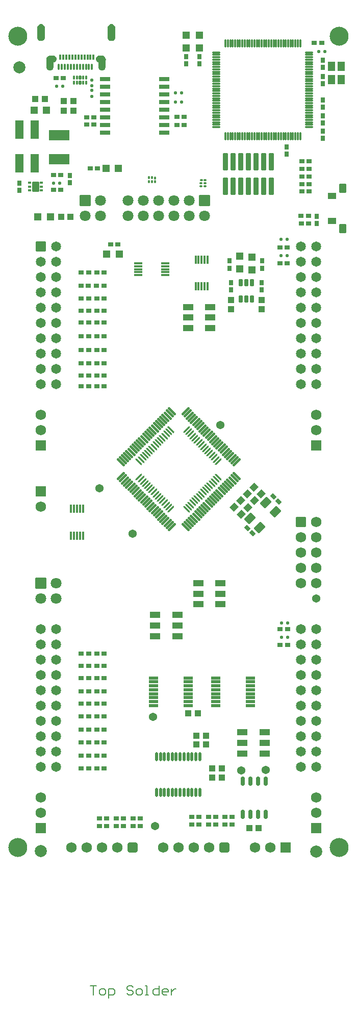
<source format=gts>
G04*
G04 #@! TF.GenerationSoftware,Altium Limited,Altium Designer,20.1.14 (287)*
G04*
G04 Layer_Color=8388736*
%FSAX25Y25*%
%MOIN*%
G70*
G04*
G04 #@! TF.SameCoordinates,A9E8F4E5-7F2A-47C3-BED5-AE4669AA653D*
G04*
G04*
G04 #@! TF.FilePolarity,Negative*
G04*
G01*
G75*
%ADD19C,0.00800*%
G04:AMPARAMS|DCode=32|XSize=62.99mil|YSize=49.21mil|CornerRadius=1.97mil|HoleSize=0mil|Usage=FLASHONLY|Rotation=45.000|XOffset=0mil|YOffset=0mil|HoleType=Round|Shape=RoundedRectangle|*
%AMROUNDEDRECTD32*
21,1,0.06299,0.04528,0,0,45.0*
21,1,0.05906,0.04921,0,0,45.0*
1,1,0.00394,0.03689,0.00487*
1,1,0.00394,-0.00487,-0.03689*
1,1,0.00394,-0.03689,-0.00487*
1,1,0.00394,0.00487,0.03689*
%
%ADD32ROUNDEDRECTD32*%
G04:AMPARAMS|DCode=33|XSize=19.68mil|YSize=19.68mil|CornerRadius=1.97mil|HoleSize=0mil|Usage=FLASHONLY|Rotation=180.000|XOffset=0mil|YOffset=0mil|HoleType=Round|Shape=RoundedRectangle|*
%AMROUNDEDRECTD33*
21,1,0.01968,0.01575,0,0,180.0*
21,1,0.01575,0.01968,0,0,180.0*
1,1,0.00394,-0.00787,0.00787*
1,1,0.00394,0.00787,0.00787*
1,1,0.00394,0.00787,-0.00787*
1,1,0.00394,-0.00787,-0.00787*
%
%ADD33ROUNDEDRECTD33*%
G04:AMPARAMS|DCode=38|XSize=19.68mil|YSize=19.68mil|CornerRadius=1.97mil|HoleSize=0mil|Usage=FLASHONLY|Rotation=90.000|XOffset=0mil|YOffset=0mil|HoleType=Round|Shape=RoundedRectangle|*
%AMROUNDEDRECTD38*
21,1,0.01968,0.01575,0,0,90.0*
21,1,0.01575,0.01968,0,0,90.0*
1,1,0.00394,0.00787,0.00787*
1,1,0.00394,0.00787,-0.00787*
1,1,0.00394,-0.00787,-0.00787*
1,1,0.00394,-0.00787,0.00787*
%
%ADD38ROUNDEDRECTD38*%
%ADD79R,0.02762X0.03550*%
%ADD80R,0.03550X0.02762*%
G04:AMPARAMS|DCode=81|XSize=27.62mil|YSize=35.5mil|CornerRadius=0mil|HoleSize=0mil|Usage=FLASHONLY|Rotation=225.000|XOffset=0mil|YOffset=0mil|HoleType=Round|Shape=Rectangle|*
%AMROTATEDRECTD81*
4,1,4,-0.00278,0.02232,0.02232,-0.00278,0.00278,-0.02232,-0.02232,0.00278,-0.00278,0.02232,0.0*
%
%ADD81ROTATEDRECTD81*%

%ADD82R,0.13786X0.06699*%
%ADD83C,0.07874*%
G04:AMPARAMS|DCode=84|XSize=33.13mil|YSize=113.84mil|CornerRadius=4.04mil|HoleSize=0mil|Usage=FLASHONLY|Rotation=0.000|XOffset=0mil|YOffset=0mil|HoleType=Round|Shape=RoundedRectangle|*
%AMROUNDEDRECTD84*
21,1,0.03313,0.10576,0,0,0.0*
21,1,0.02506,0.11384,0,0,0.0*
1,1,0.00808,0.01253,-0.05288*
1,1,0.00808,-0.01253,-0.05288*
1,1,0.00808,-0.01253,0.05288*
1,1,0.00808,0.01253,0.05288*
%
%ADD84ROUNDEDRECTD84*%
%ADD85R,0.05400X0.12400*%
%ADD86R,0.04731X0.05124*%
%ADD87R,0.05124X0.05124*%
%ADD88R,0.05124X0.04731*%
%ADD89R,0.04337X0.04140*%
G04:AMPARAMS|DCode=90|XSize=41.4mil|YSize=43.37mil|CornerRadius=0mil|HoleSize=0mil|Usage=FLASHONLY|Rotation=135.000|XOffset=0mil|YOffset=0mil|HoleType=Round|Shape=Rectangle|*
%AMROTATEDRECTD90*
4,1,4,0.02997,0.00070,-0.00070,-0.02997,-0.02997,-0.00070,0.00070,0.02997,0.02997,0.00070,0.0*
%
%ADD90ROTATEDRECTD90*%

%ADD91R,0.04140X0.04337*%
G04:AMPARAMS|DCode=92|XSize=61.09mil|YSize=43.37mil|CornerRadius=3.97mil|HoleSize=0mil|Usage=FLASHONLY|Rotation=270.000|XOffset=0mil|YOffset=0mil|HoleType=Round|Shape=RoundedRectangle|*
%AMROUNDEDRECTD92*
21,1,0.06109,0.03543,0,0,270.0*
21,1,0.05315,0.04337,0,0,270.0*
1,1,0.00794,-0.01772,-0.02657*
1,1,0.00794,-0.01772,0.02657*
1,1,0.00794,0.01772,0.02657*
1,1,0.00794,0.01772,-0.02657*
%
%ADD92ROUNDEDRECTD92*%
G04:AMPARAMS|DCode=93|XSize=39.43mil|YSize=55.18mil|CornerRadius=3.95mil|HoleSize=0mil|Usage=FLASHONLY|Rotation=270.000|XOffset=0mil|YOffset=0mil|HoleType=Round|Shape=RoundedRectangle|*
%AMROUNDEDRECTD93*
21,1,0.03943,0.04728,0,0,270.0*
21,1,0.03154,0.05518,0,0,270.0*
1,1,0.00790,-0.02364,-0.01577*
1,1,0.00790,-0.02364,0.01577*
1,1,0.00790,0.02364,0.01577*
1,1,0.00790,0.02364,-0.01577*
%
%ADD93ROUNDEDRECTD93*%
%ADD94R,0.06699X0.04337*%
%ADD95R,0.06699X0.04337*%
G04:AMPARAMS|DCode=96|XSize=15.81mil|YSize=66.99mil|CornerRadius=3.95mil|HoleSize=0mil|Usage=FLASHONLY|Rotation=315.000|XOffset=0mil|YOffset=0mil|HoleType=Round|Shape=RoundedRectangle|*
%AMROUNDEDRECTD96*
21,1,0.01581,0.05909,0,0,315.0*
21,1,0.00791,0.06699,0,0,315.0*
1,1,0.00790,-0.01810,-0.02369*
1,1,0.00790,-0.02369,-0.01810*
1,1,0.00790,0.01810,0.02369*
1,1,0.00790,0.02369,0.01810*
%
%ADD96ROUNDEDRECTD96*%
G04:AMPARAMS|DCode=97|XSize=66.99mil|YSize=15.81mil|CornerRadius=3.95mil|HoleSize=0mil|Usage=FLASHONLY|Rotation=315.000|XOffset=0mil|YOffset=0mil|HoleType=Round|Shape=RoundedRectangle|*
%AMROUNDEDRECTD97*
21,1,0.06699,0.00791,0,0,315.0*
21,1,0.05909,0.01581,0,0,315.0*
1,1,0.00790,0.01810,-0.02369*
1,1,0.00790,-0.02369,0.01810*
1,1,0.00790,-0.01810,0.02369*
1,1,0.00790,0.02369,-0.01810*
%
%ADD97ROUNDEDRECTD97*%
%ADD98O,0.05912X0.01187*%
%ADD99O,0.01187X0.05912*%
G04:AMPARAMS|DCode=100|XSize=68.96mil|YSize=27.62mil|CornerRadius=4.01mil|HoleSize=0mil|Usage=FLASHONLY|Rotation=0.000|XOffset=0mil|YOffset=0mil|HoleType=Round|Shape=RoundedRectangle|*
%AMROUNDEDRECTD100*
21,1,0.06896,0.01961,0,0,0.0*
21,1,0.06095,0.02762,0,0,0.0*
1,1,0.00802,0.03047,-0.00980*
1,1,0.00802,-0.03047,-0.00980*
1,1,0.00802,-0.03047,0.00980*
1,1,0.00802,0.03047,0.00980*
%
%ADD100ROUNDEDRECTD100*%
G04:AMPARAMS|DCode=101|XSize=15.81mil|YSize=19.75mil|CornerRadius=5.96mil|HoleSize=0mil|Usage=FLASHONLY|Rotation=0.000|XOffset=0mil|YOffset=0mil|HoleType=Round|Shape=RoundedRectangle|*
%AMROUNDEDRECTD101*
21,1,0.01581,0.00784,0,0,0.0*
21,1,0.00390,0.01975,0,0,0.0*
1,1,0.01191,0.00195,-0.00392*
1,1,0.01191,-0.00195,-0.00392*
1,1,0.01191,-0.00195,0.00392*
1,1,0.01191,0.00195,0.00392*
%
%ADD101ROUNDEDRECTD101*%
G04:AMPARAMS|DCode=102|XSize=15.81mil|YSize=21.72mil|CornerRadius=5.96mil|HoleSize=0mil|Usage=FLASHONLY|Rotation=0.000|XOffset=0mil|YOffset=0mil|HoleType=Round|Shape=RoundedRectangle|*
%AMROUNDEDRECTD102*
21,1,0.01581,0.00980,0,0,0.0*
21,1,0.00390,0.02172,0,0,0.0*
1,1,0.01191,0.00195,-0.00490*
1,1,0.01191,-0.00195,-0.00490*
1,1,0.01191,-0.00195,0.00490*
1,1,0.01191,0.00195,0.00490*
%
%ADD102ROUNDEDRECTD102*%
G04:AMPARAMS|DCode=103|XSize=15.81mil|YSize=21.72mil|CornerRadius=5.96mil|HoleSize=0mil|Usage=FLASHONLY|Rotation=90.000|XOffset=0mil|YOffset=0mil|HoleType=Round|Shape=RoundedRectangle|*
%AMROUNDEDRECTD103*
21,1,0.01581,0.00980,0,0,90.0*
21,1,0.00390,0.02172,0,0,90.0*
1,1,0.01191,0.00490,0.00195*
1,1,0.01191,0.00490,-0.00195*
1,1,0.01191,-0.00490,-0.00195*
1,1,0.01191,-0.00490,0.00195*
%
%ADD103ROUNDEDRECTD103*%
G04:AMPARAMS|DCode=104|XSize=15.81mil|YSize=19.75mil|CornerRadius=5.96mil|HoleSize=0mil|Usage=FLASHONLY|Rotation=90.000|XOffset=0mil|YOffset=0mil|HoleType=Round|Shape=RoundedRectangle|*
%AMROUNDEDRECTD104*
21,1,0.01581,0.00784,0,0,90.0*
21,1,0.00390,0.01975,0,0,90.0*
1,1,0.01191,0.00392,0.00195*
1,1,0.01191,0.00392,-0.00195*
1,1,0.01191,-0.00392,-0.00195*
1,1,0.01191,-0.00392,0.00195*
%
%ADD104ROUNDEDRECTD104*%
%ADD105O,0.05715X0.01581*%
G04:AMPARAMS|DCode=106|XSize=27.62mil|YSize=43.37mil|CornerRadius=4.01mil|HoleSize=0mil|Usage=FLASHONLY|Rotation=180.000|XOffset=0mil|YOffset=0mil|HoleType=Round|Shape=RoundedRectangle|*
%AMROUNDEDRECTD106*
21,1,0.02762,0.03535,0,0,180.0*
21,1,0.01961,0.04337,0,0,180.0*
1,1,0.00802,-0.00980,0.01768*
1,1,0.00802,0.00980,0.01768*
1,1,0.00802,0.00980,-0.01768*
1,1,0.00802,-0.00980,-0.01768*
%
%ADD106ROUNDEDRECTD106*%
%ADD107O,0.01581X0.05715*%
G04:AMPARAMS|DCode=108|XSize=63.06mil|YSize=21.72mil|CornerRadius=3.95mil|HoleSize=0mil|Usage=FLASHONLY|Rotation=180.000|XOffset=0mil|YOffset=0mil|HoleType=Round|Shape=RoundedRectangle|*
%AMROUNDEDRECTD108*
21,1,0.06306,0.01382,0,0,180.0*
21,1,0.05516,0.02172,0,0,180.0*
1,1,0.00790,-0.02758,0.00691*
1,1,0.00790,0.02758,0.00691*
1,1,0.00790,0.02758,-0.00691*
1,1,0.00790,-0.02758,-0.00691*
%
%ADD108ROUNDEDRECTD108*%
%ADD109O,0.02172X0.05912*%
%ADD110O,0.02762X0.06109*%
G04:AMPARAMS|DCode=111|XSize=11.87mil|YSize=26.24mil|CornerRadius=3.97mil|HoleSize=0mil|Usage=FLASHONLY|Rotation=180.000|XOffset=0mil|YOffset=0mil|HoleType=Round|Shape=RoundedRectangle|*
%AMROUNDEDRECTD111*
21,1,0.01187,0.01831,0,0,180.0*
21,1,0.00394,0.02624,0,0,180.0*
1,1,0.00794,-0.00197,0.00915*
1,1,0.00794,0.00197,0.00915*
1,1,0.00794,0.00197,-0.00915*
1,1,0.00794,-0.00197,-0.00915*
%
%ADD111ROUNDEDRECTD111*%
G04:AMPARAMS|DCode=112|XSize=19.75mil|YSize=26.24mil|CornerRadius=3.97mil|HoleSize=0mil|Usage=FLASHONLY|Rotation=180.000|XOffset=0mil|YOffset=0mil|HoleType=Round|Shape=RoundedRectangle|*
%AMROUNDEDRECTD112*
21,1,0.01975,0.01831,0,0,180.0*
21,1,0.01181,0.02624,0,0,180.0*
1,1,0.00794,-0.00591,0.00915*
1,1,0.00794,0.00591,0.00915*
1,1,0.00794,0.00591,-0.00915*
1,1,0.00794,-0.00591,-0.00915*
%
%ADD112ROUNDEDRECTD112*%
G04:AMPARAMS|DCode=113|XSize=12.37mil|YSize=57.36mil|CornerRadius=6.18mil|HoleSize=0mil|Usage=FLASHONLY|Rotation=315.000|XOffset=0mil|YOffset=0mil|HoleType=Round|Shape=RoundedRectangle|*
%AMROUNDEDRECTD113*
21,1,0.01237,0.04499,0,0,315.0*
21,1,0.00000,0.05736,0,0,315.0*
1,1,0.01237,-0.01591,-0.01591*
1,1,0.01237,-0.01591,-0.01591*
1,1,0.01237,0.01591,0.01591*
1,1,0.01237,0.01591,0.01591*
%
%ADD113ROUNDEDRECTD113*%
G04:AMPARAMS|DCode=114|XSize=57.36mil|YSize=12.37mil|CornerRadius=6.18mil|HoleSize=0mil|Usage=FLASHONLY|Rotation=315.000|XOffset=0mil|YOffset=0mil|HoleType=Round|Shape=RoundedRectangle|*
%AMROUNDEDRECTD114*
21,1,0.05736,0.00000,0,0,315.0*
21,1,0.04499,0.01237,0,0,315.0*
1,1,0.01237,0.01591,-0.01591*
1,1,0.01237,-0.01591,0.01591*
1,1,0.01237,-0.01591,0.01591*
1,1,0.01237,0.01591,-0.01591*
%
%ADD114ROUNDEDRECTD114*%
G04:AMPARAMS|DCode=115|XSize=57.36mil|YSize=12.37mil|CornerRadius=3.97mil|HoleSize=0mil|Usage=FLASHONLY|Rotation=315.000|XOffset=0mil|YOffset=0mil|HoleType=Round|Shape=RoundedRectangle|*
%AMROUNDEDRECTD115*
21,1,0.05736,0.00443,0,0,315.0*
21,1,0.04942,0.01237,0,0,315.0*
1,1,0.00793,0.01591,-0.01904*
1,1,0.00793,-0.01904,0.01591*
1,1,0.00793,-0.01591,0.01904*
1,1,0.00793,0.01904,-0.01591*
%
%ADD115ROUNDEDRECTD115*%
G04:AMPARAMS|DCode=116|XSize=43.37mil|YSize=66.99mil|CornerRadius=3.97mil|HoleSize=0mil|Usage=FLASHONLY|Rotation=180.000|XOffset=0mil|YOffset=0mil|HoleType=Round|Shape=RoundedRectangle|*
%AMROUNDEDRECTD116*
21,1,0.04337,0.05906,0,0,180.0*
21,1,0.03543,0.06699,0,0,180.0*
1,1,0.00794,-0.01772,0.02953*
1,1,0.00794,0.01772,0.02953*
1,1,0.00794,0.01772,-0.02953*
1,1,0.00794,-0.01772,-0.02953*
%
%ADD116ROUNDEDRECTD116*%
G04:AMPARAMS|DCode=117|XSize=15.81mil|YSize=21.72mil|CornerRadius=3.95mil|HoleSize=0mil|Usage=FLASHONLY|Rotation=270.000|XOffset=0mil|YOffset=0mil|HoleType=Round|Shape=RoundedRectangle|*
%AMROUNDEDRECTD117*
21,1,0.01581,0.01382,0,0,270.0*
21,1,0.00791,0.02172,0,0,270.0*
1,1,0.00790,-0.00691,-0.00396*
1,1,0.00790,-0.00691,0.00396*
1,1,0.00790,0.00691,0.00396*
1,1,0.00790,0.00691,-0.00396*
%
%ADD117ROUNDEDRECTD117*%
%ADD118C,0.05150*%
%ADD119C,0.05006*%
G04:AMPARAMS|DCode=120|XSize=14.63mil|YSize=39.43mil|CornerRadius=3.97mil|HoleSize=0mil|Usage=FLASHONLY|Rotation=180.000|XOffset=0mil|YOffset=0mil|HoleType=Round|Shape=RoundedRectangle|*
%AMROUNDEDRECTD120*
21,1,0.01463,0.03150,0,0,180.0*
21,1,0.00670,0.03943,0,0,180.0*
1,1,0.00793,-0.00335,0.01575*
1,1,0.00793,0.00335,0.01575*
1,1,0.00793,0.00335,-0.01575*
1,1,0.00793,-0.00335,-0.01575*
%
%ADD120ROUNDEDRECTD120*%
G04:AMPARAMS|DCode=121|XSize=14.63mil|YSize=35.5mil|CornerRadius=3.97mil|HoleSize=0mil|Usage=FLASHONLY|Rotation=180.000|XOffset=0mil|YOffset=0mil|HoleType=Round|Shape=RoundedRectangle|*
%AMROUNDEDRECTD121*
21,1,0.01463,0.02756,0,0,180.0*
21,1,0.00670,0.03550,0,0,180.0*
1,1,0.00793,-0.00335,0.01378*
1,1,0.00793,0.00335,0.01378*
1,1,0.00793,0.00335,-0.01378*
1,1,0.00793,-0.00335,-0.01378*
%
%ADD121ROUNDEDRECTD121*%
%ADD122R,0.05124X0.05912*%
G04:AMPARAMS|DCode=123|XSize=65.02mil|YSize=65.02mil|CornerRadius=3.83mil|HoleSize=0mil|Usage=FLASHONLY|Rotation=270.000|XOffset=0mil|YOffset=0mil|HoleType=Round|Shape=RoundedRectangle|*
%AMROUNDEDRECTD123*
21,1,0.06502,0.05736,0,0,270.0*
21,1,0.05736,0.06502,0,0,270.0*
1,1,0.00766,-0.02868,-0.02868*
1,1,0.00766,-0.02868,0.02868*
1,1,0.00766,0.02868,0.02868*
1,1,0.00766,0.02868,-0.02868*
%
%ADD123ROUNDEDRECTD123*%
%ADD124C,0.06502*%
%ADD125C,0.06896*%
G04:AMPARAMS|DCode=126|XSize=68.96mil|YSize=68.96mil|CornerRadius=10.12mil|HoleSize=0mil|Usage=FLASHONLY|Rotation=270.000|XOffset=0mil|YOffset=0mil|HoleType=Round|Shape=RoundedRectangle|*
%AMROUNDEDRECTD126*
21,1,0.06896,0.04872,0,0,270.0*
21,1,0.04872,0.06896,0,0,270.0*
1,1,0.02024,-0.02436,-0.02436*
1,1,0.02024,-0.02436,0.02436*
1,1,0.02024,0.02436,0.02436*
1,1,0.02024,0.02436,-0.02436*
%
%ADD126ROUNDEDRECTD126*%
G04:AMPARAMS|DCode=127|XSize=68.96mil|YSize=68.96mil|CornerRadius=18.24mil|HoleSize=0mil|Usage=FLASHONLY|Rotation=180.000|XOffset=0mil|YOffset=0mil|HoleType=Round|Shape=RoundedRectangle|*
%AMROUNDEDRECTD127*
21,1,0.06896,0.03248,0,0,180.0*
21,1,0.03248,0.06896,0,0,180.0*
1,1,0.03648,-0.01624,0.01624*
1,1,0.03648,0.01624,0.01624*
1,1,0.03648,0.01624,-0.01624*
1,1,0.03648,-0.01624,-0.01624*
%
%ADD127ROUNDEDRECTD127*%
%ADD128R,0.06896X0.06896*%
%ADD129R,0.06896X0.06896*%
G04:AMPARAMS|DCode=130|XSize=70.93mil|YSize=70.93mil|CornerRadius=4.01mil|HoleSize=0mil|Usage=FLASHONLY|Rotation=180.000|XOffset=0mil|YOffset=0mil|HoleType=Round|Shape=RoundedRectangle|*
%AMROUNDEDRECTD130*
21,1,0.07093,0.06291,0,0,180.0*
21,1,0.06291,0.07093,0,0,180.0*
1,1,0.00802,-0.03146,0.03146*
1,1,0.00802,0.03146,0.03146*
1,1,0.00802,0.03146,-0.03146*
1,1,0.00802,-0.03146,-0.03146*
%
%ADD130ROUNDEDRECTD130*%
%ADD131C,0.07093*%
G04:AMPARAMS|DCode=132|XSize=70.93mil|YSize=70.93mil|CornerRadius=4.01mil|HoleSize=0mil|Usage=FLASHONLY|Rotation=270.000|XOffset=0mil|YOffset=0mil|HoleType=Round|Shape=RoundedRectangle|*
%AMROUNDEDRECTD132*
21,1,0.07093,0.06291,0,0,270.0*
21,1,0.06291,0.07093,0,0,270.0*
1,1,0.00802,-0.03146,-0.03146*
1,1,0.00802,-0.03146,0.03146*
1,1,0.00802,0.03146,0.03146*
1,1,0.00802,0.03146,-0.03146*
%
%ADD132ROUNDEDRECTD132*%
%ADD133C,0.12400*%
%ADD134C,0.05400*%
G04:AMPARAMS|DCode=135|XSize=53.21mil|YSize=31.56mil|CornerRadius=15.78mil|HoleSize=0mil|Usage=FLASHONLY|Rotation=180.000|XOffset=0mil|YOffset=0mil|HoleType=Round|Shape=RoundedRectangle|*
%AMROUNDEDRECTD135*
21,1,0.05321,0.00000,0,0,180.0*
21,1,0.02165,0.03156,0,0,180.0*
1,1,0.03156,-0.01083,0.00000*
1,1,0.03156,0.01083,0.00000*
1,1,0.03156,0.01083,0.00000*
1,1,0.03156,-0.01083,0.00000*
%
%ADD135ROUNDEDRECTD135*%
G04:AMPARAMS|DCode=136|XSize=27.62mil|YSize=78.8mil|CornerRadius=13.81mil|HoleSize=0mil|Usage=FLASHONLY|Rotation=180.000|XOffset=0mil|YOffset=0mil|HoleType=Round|Shape=RoundedRectangle|*
%AMROUNDEDRECTD136*
21,1,0.02762,0.05118,0,0,180.0*
21,1,0.00000,0.07880,0,0,180.0*
1,1,0.02762,0.00000,0.02559*
1,1,0.02762,0.00000,0.02559*
1,1,0.02762,0.00000,-0.02559*
1,1,0.02762,0.00000,-0.02559*
%
%ADD136ROUNDEDRECTD136*%
G04:AMPARAMS|DCode=137|XSize=31.56mil|YSize=63.06mil|CornerRadius=15.78mil|HoleSize=0mil|Usage=FLASHONLY|Rotation=180.000|XOffset=0mil|YOffset=0mil|HoleType=Round|Shape=RoundedRectangle|*
%AMROUNDEDRECTD137*
21,1,0.03156,0.03150,0,0,180.0*
21,1,0.00000,0.06306,0,0,180.0*
1,1,0.03156,0.00000,0.01575*
1,1,0.03156,0.00000,0.01575*
1,1,0.03156,0.00000,-0.01575*
1,1,0.03156,0.00000,-0.01575*
%
%ADD137ROUNDEDRECTD137*%
%ADD138C,0.02368*%
G36*
X0103419Y0680315D02*
X0104028Y0679705D01*
X0104358Y0678910D01*
X0104358Y0678479D01*
X0104364Y0678095D01*
X0104112Y0677369D01*
X0103625Y0676774D01*
X0102964Y0676383D01*
X0102586Y0676314D01*
Y0676314D01*
X0102586D01*
Y0673558D01*
X0102586Y0673088D01*
X0102226Y0672220D01*
X0101562Y0671555D01*
X0100694Y0671195D01*
X0100224Y0671195D01*
X0099754D01*
X0098886Y0671555D01*
X0098221Y0672220D01*
X0097861Y0673088D01*
X0097861Y0673558D01*
X0097861Y0678282D01*
X0097861Y0678752D01*
X0098221Y0679620D01*
X0098886Y0680285D01*
X0099754Y0680644D01*
X0100224Y0680644D01*
X0102192D01*
X0102623Y0680644D01*
X0103419Y0680315D01*
D02*
G37*
G36*
X0094793Y0701262D02*
X0095293Y0701087D01*
X0095747Y0700814D01*
X0096135Y0700453D01*
X0096442Y0700021D01*
X0096653Y0699535D01*
X0096760Y0699016D01*
X0096759Y0698750D01*
X0096759Y0692451D01*
X0096759Y0692060D01*
X0096459Y0691336D01*
X0095906Y0690782D01*
X0095182Y0690483D01*
X0094791Y0690483D01*
Y0690483D01*
X0093609D01*
X0093218Y0690483D01*
X0092494Y0690782D01*
X0091941Y0691336D01*
X0091641Y0692060D01*
Y0692451D01*
X0091641D01*
X0091641Y0698751D01*
X0091640Y0699235D01*
X0091991Y0700138D01*
X0092648Y0700850D01*
X0093520Y0701272D01*
X0094003Y0701310D01*
X0094267Y0701330D01*
X0094793Y0701262D01*
D02*
G37*
G36*
X0135577Y0680285D02*
X0136242Y0679620D01*
X0136602Y0678752D01*
X0136602Y0678282D01*
Y0673558D01*
X0136602Y0673088D01*
X0136242Y0672220D01*
X0135577Y0671555D01*
X0134709Y0671196D01*
X0134239Y0671195D01*
X0133770Y0671195D01*
X0132901Y0671555D01*
X0132237Y0672220D01*
X0131877Y0673088D01*
X0131877Y0673558D01*
Y0676314D01*
X0131877Y0676314D01*
X0131499Y0676383D01*
X0130838Y0676774D01*
X0130351Y0677369D01*
X0130099Y0678095D01*
X0130105Y0678479D01*
Y0678910D01*
X0130435Y0679705D01*
X0131044Y0680315D01*
X0131840Y0680644D01*
X0134239D01*
X0134709Y0680644D01*
X0135577Y0680285D01*
D02*
G37*
G36*
X0140460Y0701310D02*
X0140460Y0701310D01*
X0140943Y0701272D01*
X0141815Y0700850D01*
X0142472Y0700138D01*
X0142824Y0699235D01*
X0142822Y0698751D01*
X0142822Y0692451D01*
Y0692060D01*
X0142522Y0691336D01*
X0141969Y0690782D01*
X0141245Y0690483D01*
X0140854Y0690483D01*
X0139672D01*
X0139672Y0690483D01*
X0139281Y0690483D01*
X0138557Y0690782D01*
X0138004Y0691336D01*
X0137704Y0692060D01*
X0137704Y0692451D01*
X0137704Y0698750D01*
X0137704Y0698751D01*
X0137703Y0699016D01*
X0137810Y0699535D01*
X0138021Y0700021D01*
X0138328Y0700453D01*
X0138716Y0700814D01*
X0139170Y0701087D01*
X0139670Y0701262D01*
X0140196Y0701330D01*
X0140460Y0701310D01*
D02*
G37*
G54D19*
X0126600Y0073049D02*
X0130599D01*
X0128599D01*
Y0067051D01*
X0133598D02*
X0135597D01*
X0136597Y0068050D01*
Y0070050D01*
X0135597Y0071049D01*
X0133598D01*
X0132598Y0070050D01*
Y0068050D01*
X0133598Y0067051D01*
X0138596Y0065051D02*
Y0071049D01*
X0141595D01*
X0142595Y0070050D01*
Y0068050D01*
X0141595Y0067051D01*
X0138596D01*
X0154591Y0072049D02*
X0153591Y0073049D01*
X0151592D01*
X0150592Y0072049D01*
Y0071049D01*
X0151592Y0070050D01*
X0153591D01*
X0154591Y0069050D01*
Y0068050D01*
X0153591Y0067051D01*
X0151592D01*
X0150592Y0068050D01*
X0157590Y0067051D02*
X0159589D01*
X0160589Y0068050D01*
Y0070050D01*
X0159589Y0071049D01*
X0157590D01*
X0156590Y0070050D01*
Y0068050D01*
X0157590Y0067051D01*
X0162588D02*
X0164588D01*
X0163588D01*
Y0073049D01*
X0162588D01*
X0171585D02*
Y0067051D01*
X0168586D01*
X0167587Y0068050D01*
Y0070050D01*
X0168586Y0071049D01*
X0171585D01*
X0176584Y0067051D02*
X0174584D01*
X0173585Y0068050D01*
Y0070050D01*
X0174584Y0071049D01*
X0176584D01*
X0177584Y0070050D01*
Y0069050D01*
X0173585D01*
X0179583Y0071049D02*
Y0067051D01*
Y0069050D01*
X0180582Y0070050D01*
X0181582Y0071049D01*
X0182582D01*
G54D32*
X0230901Y0378552D02*
D03*
X0241201Y0388853D02*
D03*
X0247326Y0382728D02*
D03*
X0237025Y0372428D02*
D03*
G54D33*
X0185968Y0656500D02*
D03*
X0182032D02*
D03*
X0186070Y0650337D02*
D03*
X0182133D02*
D03*
X0279857Y0683522D02*
D03*
X0275921D02*
D03*
X0255310Y0300664D02*
D03*
X0251373D02*
D03*
X0255310Y0310148D02*
D03*
X0251373D02*
D03*
X0251133Y0550187D02*
D03*
X0255070D02*
D03*
X0251133Y0560794D02*
D03*
X0255070D02*
D03*
X0108298Y0660679D02*
D03*
X0104361D02*
D03*
X0102499Y0597495D02*
D03*
X0106436D02*
D03*
G54D38*
X0127444Y0660931D02*
D03*
Y0664868D02*
D03*
Y0657900D02*
D03*
Y0653963D02*
D03*
G54D79*
X0274375Y0571040D02*
D03*
Y0575764D02*
D03*
X0278602Y0677624D02*
D03*
Y0672900D02*
D03*
Y0662400D02*
D03*
Y0667124D02*
D03*
X0080074Y0597400D02*
D03*
Y0592676D02*
D03*
X0112940Y0597676D02*
D03*
Y0602400D02*
D03*
X0217385Y0541868D02*
D03*
Y0546593D02*
D03*
X0238700Y0541868D02*
D03*
Y0546593D02*
D03*
X0218404Y0527691D02*
D03*
Y0532415D02*
D03*
X0238404Y0527691D02*
D03*
Y0532415D02*
D03*
X0197700Y0680061D02*
D03*
Y0675337D02*
D03*
X0189200Y0680061D02*
D03*
Y0675337D02*
D03*
X0278602Y0636747D02*
D03*
Y0641471D02*
D03*
Y0646900D02*
D03*
Y0651624D02*
D03*
X0254861Y0621152D02*
D03*
Y0616428D02*
D03*
X0278566Y0631321D02*
D03*
Y0626597D02*
D03*
G54D80*
X0135424Y0215012D02*
D03*
X0130700D02*
D03*
X0135424Y0521900D02*
D03*
X0130700D02*
D03*
X0135424Y0257400D02*
D03*
X0130700D02*
D03*
X0135424Y0538900D02*
D03*
X0130700D02*
D03*
X0135424Y0248900D02*
D03*
X0130700D02*
D03*
X0135424Y0488400D02*
D03*
X0130700D02*
D03*
X0135424Y0506400D02*
D03*
X0130700D02*
D03*
X0135424Y0497539D02*
D03*
X0130700D02*
D03*
X0135424Y0464664D02*
D03*
X0130700D02*
D03*
X0135424Y0513900D02*
D03*
X0130700D02*
D03*
Y0265524D02*
D03*
X0135424D02*
D03*
X0135424Y0471565D02*
D03*
X0130700D02*
D03*
X0135424Y0274024D02*
D03*
X0130700D02*
D03*
Y0223524D02*
D03*
X0135424D02*
D03*
X0130568Y0530400D02*
D03*
X0135292D02*
D03*
X0130700Y0240524D02*
D03*
X0135424D02*
D03*
X0219161Y0183400D02*
D03*
X0214436D02*
D03*
X0208487D02*
D03*
X0203763D02*
D03*
X0197487D02*
D03*
X0192763D02*
D03*
X0159062Y0182400D02*
D03*
X0154338D02*
D03*
X0148062D02*
D03*
X0143338D02*
D03*
X0137062D02*
D03*
X0132338D02*
D03*
X0130700Y0232024D02*
D03*
X0135424D02*
D03*
X0130700Y0479898D02*
D03*
X0135424D02*
D03*
X0130700Y0282024D02*
D03*
X0135424D02*
D03*
X0130700Y0289900D02*
D03*
X0135424D02*
D03*
X0187775Y0640585D02*
D03*
X0183050D02*
D03*
X0187775Y0635337D02*
D03*
X0183050D02*
D03*
X0139814Y0557459D02*
D03*
X0144539D02*
D03*
X0264329Y0571091D02*
D03*
X0269054D02*
D03*
X0268944Y0575900D02*
D03*
X0264220D02*
D03*
X0255058Y0555447D02*
D03*
X0250334D02*
D03*
X0255058Y0545172D02*
D03*
X0250334Y0545172D02*
D03*
X0125322Y0215012D02*
D03*
X0120598D02*
D03*
X0125322Y0464664D02*
D03*
X0120598D02*
D03*
X0125322Y0521900D02*
D03*
X0120598D02*
D03*
X0125322Y0513900D02*
D03*
X0120598D02*
D03*
X0125322Y0257400D02*
D03*
X0120598D02*
D03*
X0125322Y0265524D02*
D03*
X0120598D02*
D03*
X0125322Y0538900D02*
D03*
X0120598D02*
D03*
X0125322Y0471565D02*
D03*
X0120598D02*
D03*
X0125322Y0248900D02*
D03*
X0120598D02*
D03*
X0125322Y0274024D02*
D03*
X0120598D02*
D03*
X0125322Y0488400D02*
D03*
X0120598D02*
D03*
X0125322Y0223524D02*
D03*
X0120598D02*
D03*
X0125322Y0506400D02*
D03*
X0120598D02*
D03*
X0125190Y0530400D02*
D03*
X0120466D02*
D03*
X0125322Y0497539D02*
D03*
X0120598D02*
D03*
X0125322Y0240524D02*
D03*
X0120598D02*
D03*
X0255310Y0306026D02*
D03*
X0250586D02*
D03*
X0255310Y0295695D02*
D03*
X0250586D02*
D03*
X0264783Y0592077D02*
D03*
X0269507D02*
D03*
X0264767Y0611817D02*
D03*
X0269491D02*
D03*
X0264767Y0606817D02*
D03*
X0269491D02*
D03*
X0264767Y0601817D02*
D03*
X0269491D02*
D03*
X0264767Y0596817D02*
D03*
X0269491D02*
D03*
X0272909Y0689191D02*
D03*
X0277633D02*
D03*
X0219161Y0178400D02*
D03*
X0214436D02*
D03*
X0208487D02*
D03*
X0203763D02*
D03*
X0197487D02*
D03*
X0192763D02*
D03*
X0159062Y0177400D02*
D03*
X0154338D02*
D03*
X0148062D02*
D03*
X0143338D02*
D03*
X0137062D02*
D03*
X0132338D02*
D03*
X0120598Y0232024D02*
D03*
X0125322D02*
D03*
X0120598Y0282024D02*
D03*
X0125322D02*
D03*
X0120598Y0479845D02*
D03*
X0125322D02*
D03*
X0120598Y0289900D02*
D03*
X0125322D02*
D03*
X0103976Y0665900D02*
D03*
X0108700D02*
D03*
X0102338Y0592900D02*
D03*
X0107062D02*
D03*
Y0602700D02*
D03*
X0102338D02*
D03*
X0123984Y0640321D02*
D03*
X0128708D02*
D03*
X0123984Y0635687D02*
D03*
X0128708D02*
D03*
X0126476Y0606900D02*
D03*
X0131200D02*
D03*
G54D81*
X0228944Y0371935D02*
D03*
X0232285Y0368595D02*
D03*
X0249461Y0389541D02*
D03*
X0246120Y0392881D02*
D03*
G54D82*
X0106200Y0628774D02*
D03*
Y0613026D02*
D03*
G54D83*
X0079987Y0673088D02*
D03*
X0094200Y0161166D02*
D03*
X0274200Y0160769D02*
D03*
G54D84*
X0214720Y0595388D02*
D03*
X0219720D02*
D03*
X0224720D02*
D03*
X0229720D02*
D03*
X0234720D02*
D03*
X0239720D02*
D03*
X0244720D02*
D03*
X0214720Y0611412D02*
D03*
X0219720D02*
D03*
X0224720D02*
D03*
X0229720D02*
D03*
X0234720D02*
D03*
X0239720D02*
D03*
X0244720D02*
D03*
G54D85*
X0080003Y0610306D02*
D03*
X0090003D02*
D03*
Y0632294D02*
D03*
X0080003D02*
D03*
G54D86*
X0136666Y0606900D02*
D03*
X0144934D02*
D03*
X0145436Y0550900D02*
D03*
X0137169D02*
D03*
X0092015Y0575278D02*
D03*
X0100283D02*
D03*
X0089617Y0645038D02*
D03*
X0097885D02*
D03*
G54D87*
X0197700Y0694034D02*
D03*
Y0685766D02*
D03*
X0189200Y0694034D02*
D03*
Y0685766D02*
D03*
X0232263Y0549124D02*
D03*
Y0540857D02*
D03*
G54D88*
X0224200Y0541400D02*
D03*
Y0549668D02*
D03*
G54D89*
X0096869Y0652235D02*
D03*
X0090570Y0652235D02*
D03*
X0190397Y0251006D02*
D03*
X0196696D02*
D03*
X0107275Y0575278D02*
D03*
X0113574D02*
D03*
X0202043Y0230774D02*
D03*
X0195743D02*
D03*
X0212525Y0214995D02*
D03*
X0206225D02*
D03*
X0195794Y0236526D02*
D03*
X0202094D02*
D03*
X0212525Y0208900D02*
D03*
X0206225D02*
D03*
X0230291Y0176065D02*
D03*
X0236590D02*
D03*
G54D90*
X0224949Y0381010D02*
D03*
X0229403Y0385465D02*
D03*
X0233723Y0389937D02*
D03*
X0238177Y0394392D02*
D03*
X0220340Y0385595D02*
D03*
X0224795Y0390050D02*
D03*
X0229028Y0394326D02*
D03*
X0233482Y0398781D02*
D03*
G54D91*
X0218404Y0514903D02*
D03*
Y0521202D02*
D03*
X0238304Y0514903D02*
D03*
Y0521202D02*
D03*
X0109238Y0651038D02*
D03*
Y0644739D02*
D03*
X0115334Y0651038D02*
D03*
Y0644739D02*
D03*
G54D92*
X0291531Y0567613D02*
D03*
X0291531Y0594187D02*
D03*
G54D93*
X0284444Y0572632D02*
D03*
Y0589168D02*
D03*
G54D94*
X0204865Y0516553D02*
D03*
Y0509663D02*
D03*
Y0502773D02*
D03*
X0190298D02*
D03*
Y0509663D02*
D03*
Y0516553D02*
D03*
X0211511Y0322305D02*
D03*
Y0329195D02*
D03*
Y0336085D02*
D03*
X0196944D02*
D03*
Y0329195D02*
D03*
Y0322305D02*
D03*
X0183501Y0301560D02*
D03*
Y0308450D02*
D03*
Y0315340D02*
D03*
X0168934D02*
D03*
Y0308450D02*
D03*
Y0301560D02*
D03*
G54D95*
X0225850Y0224813D02*
D03*
Y0231703D02*
D03*
Y0238593D02*
D03*
X0240417D02*
D03*
Y0231703D02*
D03*
Y0224813D02*
D03*
G54D96*
X0188652Y0448316D02*
D03*
X0190044Y0446924D02*
D03*
X0191436Y0445532D02*
D03*
X0192828Y0444140D02*
D03*
X0194220Y0442748D02*
D03*
X0195612Y0441356D02*
D03*
X0197004Y0439964D02*
D03*
X0198396Y0438572D02*
D03*
X0199788Y0437180D02*
D03*
X0201180Y0435788D02*
D03*
X0202572Y0434396D02*
D03*
X0203964Y0433004D02*
D03*
X0205356Y0431612D02*
D03*
X0206748Y0430221D02*
D03*
X0208140Y0428829D02*
D03*
X0209531Y0427437D02*
D03*
X0210924Y0426045D02*
D03*
X0212315Y0424653D02*
D03*
X0213707Y0423261D02*
D03*
X0215099Y0421869D02*
D03*
X0216491Y0420477D02*
D03*
X0217883Y0419085D02*
D03*
X0219275Y0417693D02*
D03*
X0220667Y0416301D02*
D03*
X0222059Y0414909D02*
D03*
X0179744Y0372594D02*
D03*
X0178352Y0373986D02*
D03*
X0176960Y0375378D02*
D03*
X0175568Y0376770D02*
D03*
X0174176Y0378162D02*
D03*
X0172784Y0379554D02*
D03*
X0171392Y0380946D02*
D03*
X0170000Y0382338D02*
D03*
X0168608Y0383730D02*
D03*
X0167217Y0385122D02*
D03*
X0165824Y0386513D02*
D03*
X0164433Y0387906D02*
D03*
X0163041Y0389297D02*
D03*
X0161649Y0390689D02*
D03*
X0160257Y0392081D02*
D03*
X0158865Y0393473D02*
D03*
X0157473Y0394865D02*
D03*
X0156081Y0396257D02*
D03*
X0154689Y0397649D02*
D03*
X0153297Y0399041D02*
D03*
X0151905Y0400433D02*
D03*
X0150513Y0401825D02*
D03*
X0149121Y0403217D02*
D03*
X0147729Y0404609D02*
D03*
X0146337Y0406001D02*
D03*
G54D97*
X0222059D02*
D03*
X0220667Y0404609D02*
D03*
X0219275Y0403217D02*
D03*
X0217883Y0401825D02*
D03*
X0216491Y0400433D02*
D03*
X0215099Y0399041D02*
D03*
X0213707Y0397649D02*
D03*
X0212315Y0396257D02*
D03*
X0210924Y0394865D02*
D03*
X0209531Y0393473D02*
D03*
X0208140Y0392081D02*
D03*
X0206748Y0390689D02*
D03*
X0205356Y0389297D02*
D03*
X0203964Y0387906D02*
D03*
X0202572Y0386513D02*
D03*
X0201180Y0385122D02*
D03*
X0199788Y0383730D02*
D03*
X0198396Y0382338D02*
D03*
X0197004Y0380946D02*
D03*
X0195612Y0379554D02*
D03*
X0194220Y0378162D02*
D03*
X0192828Y0376770D02*
D03*
X0191436Y0375378D02*
D03*
X0190044Y0373986D02*
D03*
X0188652Y0372594D02*
D03*
X0146337Y0414909D02*
D03*
X0147729Y0416301D02*
D03*
X0149121Y0417693D02*
D03*
X0150513Y0419085D02*
D03*
X0151905Y0420477D02*
D03*
X0153297Y0421869D02*
D03*
X0154689Y0423261D02*
D03*
X0156081Y0424653D02*
D03*
X0157473Y0426045D02*
D03*
X0158865Y0427437D02*
D03*
X0160257Y0428829D02*
D03*
X0161649Y0430221D02*
D03*
X0163041Y0431612D02*
D03*
X0164433Y0433004D02*
D03*
X0165824Y0434396D02*
D03*
X0167217Y0435788D02*
D03*
X0168608Y0437180D02*
D03*
X0170000Y0438572D02*
D03*
X0171392Y0439964D02*
D03*
X0172784Y0441356D02*
D03*
X0174176Y0442748D02*
D03*
X0175568Y0444140D02*
D03*
X0176960Y0445532D02*
D03*
X0178352Y0446924D02*
D03*
X0179744Y0448316D02*
D03*
G54D98*
X0269535Y0679660D02*
D03*
Y0678085D02*
D03*
X0208905Y0682809D02*
D03*
Y0681235D02*
D03*
Y0679660D02*
D03*
Y0678085D02*
D03*
Y0676510D02*
D03*
Y0674935D02*
D03*
Y0673361D02*
D03*
Y0671786D02*
D03*
Y0670211D02*
D03*
Y0668636D02*
D03*
Y0667061D02*
D03*
Y0665487D02*
D03*
Y0663912D02*
D03*
Y0662337D02*
D03*
Y0660762D02*
D03*
Y0659187D02*
D03*
Y0657613D02*
D03*
Y0656038D02*
D03*
Y0654463D02*
D03*
Y0652888D02*
D03*
Y0651313D02*
D03*
Y0649739D02*
D03*
Y0648164D02*
D03*
Y0646589D02*
D03*
Y0645014D02*
D03*
Y0643439D02*
D03*
Y0641865D02*
D03*
Y0640290D02*
D03*
Y0638715D02*
D03*
Y0637140D02*
D03*
Y0635565D02*
D03*
Y0633990D02*
D03*
X0269535D02*
D03*
Y0635565D02*
D03*
Y0637140D02*
D03*
Y0638715D02*
D03*
Y0640290D02*
D03*
Y0641865D02*
D03*
Y0643439D02*
D03*
Y0645014D02*
D03*
Y0646589D02*
D03*
Y0648164D02*
D03*
Y0649739D02*
D03*
Y0651313D02*
D03*
Y0652888D02*
D03*
Y0654463D02*
D03*
Y0656038D02*
D03*
Y0657613D02*
D03*
Y0659187D02*
D03*
Y0660762D02*
D03*
Y0662337D02*
D03*
Y0663912D02*
D03*
Y0665487D02*
D03*
Y0667061D02*
D03*
Y0668636D02*
D03*
Y0670211D02*
D03*
Y0671786D02*
D03*
Y0673361D02*
D03*
Y0674935D02*
D03*
Y0676510D02*
D03*
Y0681235D02*
D03*
Y0682809D02*
D03*
G54D99*
X0214810Y0628085D02*
D03*
X0216385D02*
D03*
X0217960D02*
D03*
X0219535D02*
D03*
X0221110D02*
D03*
X0222684D02*
D03*
X0224259D02*
D03*
X0225834D02*
D03*
X0227409D02*
D03*
X0228983D02*
D03*
X0230558D02*
D03*
X0232133D02*
D03*
X0233708D02*
D03*
X0235283D02*
D03*
X0236858D02*
D03*
X0238432D02*
D03*
X0240007D02*
D03*
X0241582D02*
D03*
X0243157D02*
D03*
X0244731D02*
D03*
X0246306D02*
D03*
X0247881D02*
D03*
X0249456D02*
D03*
X0251031D02*
D03*
X0252606D02*
D03*
X0254180D02*
D03*
X0255755D02*
D03*
X0257330D02*
D03*
X0258905D02*
D03*
X0260479D02*
D03*
X0262054D02*
D03*
X0263629D02*
D03*
Y0688715D02*
D03*
X0262054D02*
D03*
X0260479D02*
D03*
X0258905D02*
D03*
X0257330D02*
D03*
X0255755D02*
D03*
X0254180D02*
D03*
X0252606D02*
D03*
X0251031D02*
D03*
X0249456D02*
D03*
X0247881D02*
D03*
X0246306D02*
D03*
X0244731D02*
D03*
X0243157D02*
D03*
X0241582D02*
D03*
X0240007D02*
D03*
X0238432D02*
D03*
X0236858D02*
D03*
X0235283D02*
D03*
X0233708D02*
D03*
X0232133D02*
D03*
X0230558D02*
D03*
X0228983D02*
D03*
X0227409D02*
D03*
X0225834D02*
D03*
X0224259D02*
D03*
X0222684D02*
D03*
X0221110D02*
D03*
X0219535D02*
D03*
X0217960D02*
D03*
X0216385D02*
D03*
X0214810D02*
D03*
G54D100*
X0136251Y0665400D02*
D03*
Y0660400D02*
D03*
Y0655400D02*
D03*
Y0650400D02*
D03*
Y0645400D02*
D03*
Y0640400D02*
D03*
Y0635400D02*
D03*
Y0630400D02*
D03*
X0174637D02*
D03*
Y0635400D02*
D03*
Y0640400D02*
D03*
Y0645400D02*
D03*
Y0650400D02*
D03*
Y0655400D02*
D03*
Y0660400D02*
D03*
Y0665400D02*
D03*
G54D101*
X0168676Y0598538D02*
D03*
X0166708D02*
D03*
X0164739Y0598538D02*
D03*
Y0600900D02*
D03*
X0166708Y0600900D02*
D03*
G54D102*
X0168676Y0600802D02*
D03*
G54D103*
X0199027Y0599487D02*
D03*
G54D104*
X0198928Y0597518D02*
D03*
Y0595550D02*
D03*
X0201291D02*
D03*
X0201291Y0597518D02*
D03*
Y0599487D02*
D03*
G54D105*
X0157850Y0537294D02*
D03*
Y0539262D02*
D03*
Y0541231D02*
D03*
Y0543199D02*
D03*
X0175369Y0537294D02*
D03*
Y0539262D02*
D03*
Y0541231D02*
D03*
Y0543199D02*
D03*
X0157850Y0545168D02*
D03*
X0175369D02*
D03*
G54D106*
X0224664Y0521639D02*
D03*
X0228404D02*
D03*
X0232144D02*
D03*
Y0532466D02*
D03*
X0228404D02*
D03*
X0224664D02*
D03*
G54D107*
X0113909Y0384695D02*
D03*
X0115877D02*
D03*
X0117846D02*
D03*
X0119814D02*
D03*
X0113909Y0367176D02*
D03*
X0115877D02*
D03*
X0117846D02*
D03*
X0119814D02*
D03*
X0121783Y0384695D02*
D03*
Y0367176D02*
D03*
X0195274Y0547533D02*
D03*
Y0530013D02*
D03*
X0197243Y0547533D02*
D03*
X0199211D02*
D03*
X0201180D02*
D03*
X0203148D02*
D03*
X0197243Y0530013D02*
D03*
X0199211D02*
D03*
X0201180D02*
D03*
X0203148D02*
D03*
G54D108*
X0190489Y0256215D02*
D03*
Y0258774D02*
D03*
Y0261333D02*
D03*
Y0263892D02*
D03*
Y0266451D02*
D03*
Y0269010D02*
D03*
Y0271569D02*
D03*
Y0274128D02*
D03*
X0167655D02*
D03*
Y0271569D02*
D03*
Y0269010D02*
D03*
Y0266451D02*
D03*
Y0263892D02*
D03*
Y0261333D02*
D03*
Y0258774D02*
D03*
Y0256215D02*
D03*
X0231226D02*
D03*
Y0258774D02*
D03*
Y0261333D02*
D03*
Y0263892D02*
D03*
Y0266451D02*
D03*
Y0269010D02*
D03*
Y0271569D02*
D03*
Y0274128D02*
D03*
X0208392D02*
D03*
Y0271569D02*
D03*
Y0269010D02*
D03*
Y0266451D02*
D03*
Y0263892D02*
D03*
Y0261333D02*
D03*
Y0258774D02*
D03*
Y0256215D02*
D03*
G54D109*
X0197948Y0222644D02*
D03*
X0195389D02*
D03*
X0192830D02*
D03*
X0190271D02*
D03*
X0187712D02*
D03*
X0185153D02*
D03*
X0182594D02*
D03*
X0180035D02*
D03*
X0177476D02*
D03*
X0174917D02*
D03*
X0172357D02*
D03*
X0169798D02*
D03*
X0197948Y0199416D02*
D03*
X0195389D02*
D03*
X0192830D02*
D03*
X0190271D02*
D03*
X0187712D02*
D03*
X0185153D02*
D03*
X0182594D02*
D03*
X0180035D02*
D03*
X0177476D02*
D03*
X0174917D02*
D03*
X0172357D02*
D03*
X0169798D02*
D03*
G54D110*
X0241200Y0206597D02*
D03*
X0236200D02*
D03*
X0231200D02*
D03*
X0226200D02*
D03*
X0241200Y0185140D02*
D03*
X0236200D02*
D03*
X0231200D02*
D03*
X0226200D02*
D03*
G54D111*
X0115747Y0662985D02*
D03*
X0117716Y0662985D02*
D03*
X0121653D02*
D03*
X0123621D02*
D03*
Y0666272D02*
D03*
X0121653D02*
D03*
X0117716D02*
D03*
X0115747D02*
D03*
G54D112*
X0119684Y0662985D02*
D03*
Y0666272D02*
D03*
G54D113*
X0189282Y0436361D02*
D03*
X0190674Y0434969D02*
D03*
X0192066Y0433577D02*
D03*
X0193458Y0432185D02*
D03*
X0194850Y0430793D02*
D03*
X0196242Y0429401D02*
D03*
X0197634Y0428009D02*
D03*
X0199025Y0426617D02*
D03*
X0200417Y0425225D02*
D03*
X0201809Y0423834D02*
D03*
X0203201Y0422442D02*
D03*
X0204593Y0421050D02*
D03*
X0205985Y0419658D02*
D03*
X0207377Y0418266D02*
D03*
X0208769Y0416874D02*
D03*
X0210161Y0415482D02*
D03*
X0179118Y0384439D02*
D03*
X0177726Y0385831D02*
D03*
X0176334Y0387223D02*
D03*
X0174942Y0388615D02*
D03*
X0173550Y0390007D02*
D03*
X0172158Y0391399D02*
D03*
X0170766Y0392791D02*
D03*
X0169375Y0394182D02*
D03*
X0167982Y0395574D02*
D03*
X0166591Y0396966D02*
D03*
X0165199Y0398358D02*
D03*
X0163807Y0399750D02*
D03*
X0162415Y0401142D02*
D03*
X0161023Y0402534D02*
D03*
X0159631Y0403926D02*
D03*
X0158239Y0405318D02*
D03*
G54D114*
X0210161D02*
D03*
X0208769Y0403926D02*
D03*
X0207377Y0402534D02*
D03*
X0205985Y0401142D02*
D03*
X0204593Y0399750D02*
D03*
X0203201Y0398358D02*
D03*
X0201809Y0396966D02*
D03*
X0200417Y0395574D02*
D03*
X0199025Y0394182D02*
D03*
X0197634Y0392791D02*
D03*
X0196242Y0391399D02*
D03*
X0194850Y0390007D02*
D03*
X0193458Y0388615D02*
D03*
X0192066Y0387223D02*
D03*
X0190674Y0385831D02*
D03*
X0189282Y0384439D02*
D03*
X0158239Y0415482D02*
D03*
X0159631Y0416874D02*
D03*
X0161023Y0418266D02*
D03*
X0162415Y0419658D02*
D03*
X0163807Y0421050D02*
D03*
X0165199Y0422442D02*
D03*
X0166591Y0423834D02*
D03*
X0167982Y0425225D02*
D03*
X0169375Y0426617D02*
D03*
X0170766Y0428009D02*
D03*
X0172158Y0429401D02*
D03*
X0173550Y0430793D02*
D03*
X0174942Y0432185D02*
D03*
X0176334Y0433577D02*
D03*
X0177726Y0434969D02*
D03*
G54D115*
X0179118Y0436361D02*
D03*
G54D116*
X0090700Y0595172D02*
D03*
G54D117*
X0086861Y0592613D02*
D03*
Y0595172D02*
D03*
Y0597731D02*
D03*
X0094539D02*
D03*
Y0595172D02*
D03*
Y0592613D02*
D03*
G54D118*
X0100501Y0678005D02*
D03*
X0133963D02*
D03*
G54D119*
X0094200Y0695900D02*
D03*
X0140263D02*
D03*
G54D120*
X0105913Y0673558D02*
D03*
X0107881D02*
D03*
X0109850D02*
D03*
X0111818D02*
D03*
X0113787D02*
D03*
X0115755D02*
D03*
X0117724D02*
D03*
X0119692D02*
D03*
X0121661D02*
D03*
X0123629D02*
D03*
X0125598D02*
D03*
X0127566D02*
D03*
G54D121*
X0128550Y0679857D02*
D03*
X0126582D02*
D03*
X0124613D02*
D03*
X0122645D02*
D03*
X0120676D02*
D03*
X0118708D02*
D03*
X0116739D02*
D03*
X0114771D02*
D03*
X0112802D02*
D03*
X0110834D02*
D03*
X0108865D02*
D03*
X0106897D02*
D03*
G54D122*
X0290369Y0665069D02*
D03*
Y0673731D02*
D03*
X0284070Y0665069D02*
D03*
Y0673731D02*
D03*
G54D123*
X0094200Y0555900D02*
D03*
G54D124*
Y0545900D02*
D03*
Y0535900D02*
D03*
Y0525900D02*
D03*
Y0515900D02*
D03*
Y0505900D02*
D03*
Y0495900D02*
D03*
Y0485900D02*
D03*
Y0475900D02*
D03*
Y0465900D02*
D03*
X0104200Y0555900D02*
D03*
Y0545900D02*
D03*
Y0535900D02*
D03*
Y0525900D02*
D03*
Y0515900D02*
D03*
Y0505900D02*
D03*
Y0495900D02*
D03*
Y0485900D02*
D03*
Y0475900D02*
D03*
Y0465900D02*
D03*
X0264200Y0555900D02*
D03*
Y0545900D02*
D03*
Y0535900D02*
D03*
Y0525900D02*
D03*
Y0515900D02*
D03*
Y0505900D02*
D03*
Y0495900D02*
D03*
Y0485900D02*
D03*
Y0475900D02*
D03*
Y0465900D02*
D03*
X0274200Y0555900D02*
D03*
Y0545900D02*
D03*
Y0535900D02*
D03*
Y0525900D02*
D03*
Y0515900D02*
D03*
Y0505900D02*
D03*
Y0495900D02*
D03*
Y0485900D02*
D03*
Y0475900D02*
D03*
Y0465900D02*
D03*
X0094200Y0305900D02*
D03*
Y0295900D02*
D03*
Y0285900D02*
D03*
Y0275900D02*
D03*
Y0265900D02*
D03*
Y0255900D02*
D03*
Y0245900D02*
D03*
Y0235900D02*
D03*
Y0225900D02*
D03*
Y0215900D02*
D03*
X0104200Y0305900D02*
D03*
Y0295900D02*
D03*
Y0285900D02*
D03*
Y0275900D02*
D03*
Y0265900D02*
D03*
Y0255900D02*
D03*
Y0245900D02*
D03*
Y0235900D02*
D03*
Y0225900D02*
D03*
Y0215900D02*
D03*
X0274200D02*
D03*
Y0225900D02*
D03*
Y0235900D02*
D03*
Y0245900D02*
D03*
Y0255900D02*
D03*
Y0265900D02*
D03*
Y0275900D02*
D03*
Y0285900D02*
D03*
Y0295900D02*
D03*
Y0305900D02*
D03*
X0264200Y0215900D02*
D03*
Y0225900D02*
D03*
Y0235900D02*
D03*
Y0245900D02*
D03*
Y0255900D02*
D03*
Y0265900D02*
D03*
Y0275900D02*
D03*
Y0285900D02*
D03*
Y0295900D02*
D03*
Y0305900D02*
D03*
G54D125*
Y0335900D02*
D03*
Y0345900D02*
D03*
Y0355900D02*
D03*
Y0365900D02*
D03*
X0274200Y0335900D02*
D03*
Y0345900D02*
D03*
Y0355900D02*
D03*
Y0365900D02*
D03*
Y0375900D02*
D03*
X0204200Y0163400D02*
D03*
X0194200D02*
D03*
X0184200D02*
D03*
X0174200D02*
D03*
X0144200D02*
D03*
X0134200D02*
D03*
X0124200D02*
D03*
X0114200D02*
D03*
X0244200D02*
D03*
X0234200D02*
D03*
X0094200Y0385900D02*
D03*
X0274200Y0435900D02*
D03*
Y0445900D02*
D03*
X0094200Y0435900D02*
D03*
Y0445900D02*
D03*
X0274200Y0185900D02*
D03*
Y0195900D02*
D03*
X0094200Y0185900D02*
D03*
Y0195900D02*
D03*
G54D126*
X0264200Y0375900D02*
D03*
G54D127*
X0214200Y0163400D02*
D03*
X0154200D02*
D03*
G54D128*
X0254200D02*
D03*
G54D129*
X0094200Y0395900D02*
D03*
X0274200Y0425900D02*
D03*
X0094200D02*
D03*
X0274200Y0175900D02*
D03*
X0094200D02*
D03*
G54D130*
X0201200Y0585900D02*
D03*
X0123200D02*
D03*
G54D131*
X0191200D02*
D03*
X0181200D02*
D03*
X0171200D02*
D03*
X0161200D02*
D03*
X0151200D02*
D03*
X0201200Y0575900D02*
D03*
X0191200D02*
D03*
X0181200D02*
D03*
X0171200D02*
D03*
X0161200D02*
D03*
X0151200D02*
D03*
X0133200D02*
D03*
X0123200D02*
D03*
X0133200Y0585900D02*
D03*
X0104200Y0325900D02*
D03*
Y0335900D02*
D03*
X0094200Y0325900D02*
D03*
G54D132*
Y0335900D02*
D03*
G54D133*
X0079200Y0693400D02*
D03*
X0289200D02*
D03*
X0079200Y0163400D02*
D03*
X0289200D02*
D03*
G54D134*
X0211523Y0439377D02*
D03*
X0154019Y0368348D02*
D03*
X0132519Y0398132D02*
D03*
X0167548Y0248585D02*
D03*
X0168901Y0177361D02*
D03*
X0274168Y0325963D02*
D03*
X0241000Y0213900D02*
D03*
X0225083Y0213786D02*
D03*
G54D135*
X0101503Y0678676D02*
D03*
X0132960D02*
D03*
G54D136*
X0100224Y0676314D02*
D03*
X0134239D02*
D03*
G54D137*
X0094200Y0697180D02*
D03*
X0140263D02*
D03*
G54D138*
X0090700Y0597337D02*
D03*
Y0593006D02*
D03*
M02*

</source>
